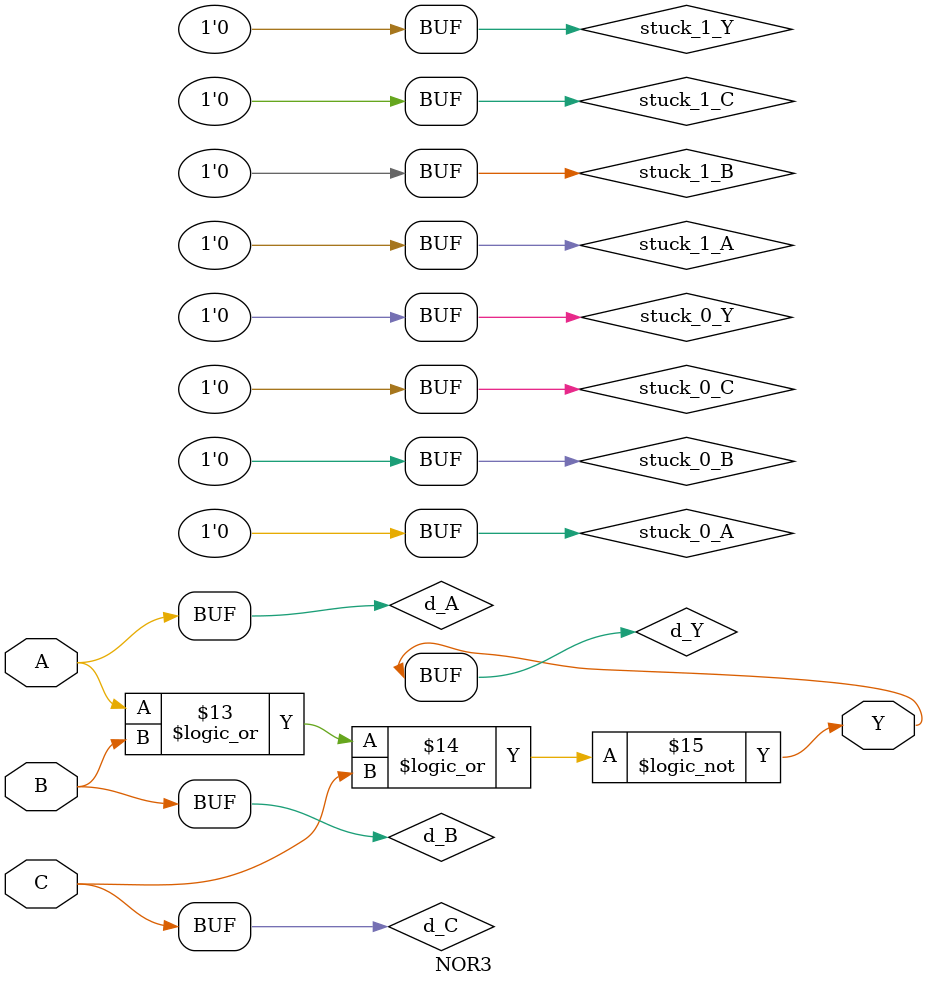
<source format=v>
module NOR3 (input A, output Y, input C, input B);
`ifdef REGISTER
initial begin
   $display("register  %m.stuck_0_A input");
   $display("register  %m.stuck_1_A input");
   $display("register  %m.stuck_0_Y output");
   $display("register  %m.stuck_1_Y output");
   $display("register  %m.stuck_0_C input");
   $display("register  %m.stuck_1_C input");
   $display("register  %m.stuck_0_B input");
   $display("register  %m.stuck_1_B input");
end
`endif
reg stuck_0_A; initial stuck_0_A=0;
reg stuck_1_A; initial stuck_1_A=0;
wire d_A = stuck_1_A ? 1 : stuck_0_A ? 0 : A;
reg stuck_0_Y; initial stuck_0_Y=0;
reg stuck_1_Y; initial stuck_1_Y=0;
wire d_Y;
assign Y = stuck_1_Y ? 1 : stuck_0_Y ? 0 : d_Y;
reg stuck_0_C; initial stuck_0_C=0;
reg stuck_1_C; initial stuck_1_C=0;
wire d_C = stuck_1_C ? 1 : stuck_0_C ? 0 : C;
reg stuck_0_B; initial stuck_0_B=0;
reg stuck_1_B; initial stuck_1_B=0;
wire d_B = stuck_1_B ? 1 : stuck_0_B ? 0 : B;
assign d_Y = ! ( d_A || d_B || d_C );
endmodule

</source>
